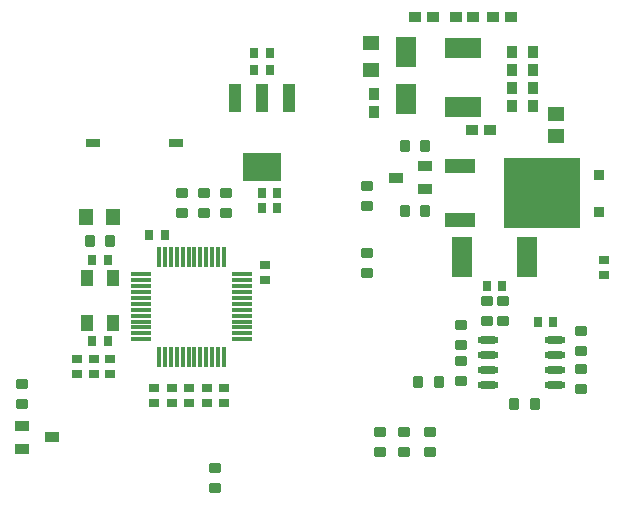
<source format=gtp>
G04*
G04 #@! TF.GenerationSoftware,Altium Limited,Altium Designer,21.3.2 (30)*
G04*
G04 Layer_Color=8421504*
%FSTAX25Y25*%
%MOIN*%
G70*
G04*
G04 #@! TF.SameCoordinates,665701D7-0C42-49A3-A721-B3261F62B861*
G04*
G04*
G04 #@! TF.FilePolarity,Positive*
G04*
G01*
G75*
G04:AMPARAMS|DCode=23|XSize=39.37mil|YSize=35.43mil|CornerRadius=4.43mil|HoleSize=0mil|Usage=FLASHONLY|Rotation=0.000|XOffset=0mil|YOffset=0mil|HoleType=Round|Shape=RoundedRectangle|*
%AMROUNDEDRECTD23*
21,1,0.03937,0.02657,0,0,0.0*
21,1,0.03051,0.03543,0,0,0.0*
1,1,0.00886,0.01526,-0.01329*
1,1,0.00886,-0.01526,-0.01329*
1,1,0.00886,-0.01526,0.01329*
1,1,0.00886,0.01526,0.01329*
%
%ADD23ROUNDEDRECTD23*%
%ADD24R,0.03347X0.02756*%
%ADD25R,0.02756X0.03347*%
%ADD26R,0.07087X0.13583*%
%ADD27R,0.09843X0.04724*%
%ADD28R,0.25591X0.23622*%
%ADD29R,0.05512X0.04724*%
%ADD30R,0.06693X0.09843*%
%ADD31R,0.03740X0.03937*%
G04:AMPARAMS|DCode=32|XSize=39.37mil|YSize=35.43mil|CornerRadius=4.43mil|HoleSize=0mil|Usage=FLASHONLY|Rotation=270.000|XOffset=0mil|YOffset=0mil|HoleType=Round|Shape=RoundedRectangle|*
%AMROUNDEDRECTD32*
21,1,0.03937,0.02657,0,0,270.0*
21,1,0.03051,0.03543,0,0,270.0*
1,1,0.00886,-0.01329,-0.01526*
1,1,0.00886,-0.01329,0.01526*
1,1,0.00886,0.01329,0.01526*
1,1,0.00886,0.01329,-0.01526*
%
%ADD32ROUNDEDRECTD32*%
%ADD33R,0.03937X0.05512*%
%ADD34O,0.07087X0.02362*%
%ADD35R,0.03740X0.03543*%
%ADD36R,0.04724X0.03347*%
%ADD37R,0.06693X0.01181*%
%ADD38R,0.01181X0.06693*%
%ADD39R,0.05000X0.05500*%
%ADD40R,0.04724X0.03150*%
%ADD41R,0.03937X0.09449*%
%ADD42R,0.12992X0.09449*%
%ADD43R,0.03937X0.03740*%
%ADD44R,0.12205X0.07087*%
%ADD45R,0.05500X0.05000*%
D23*
X03095Y0324654D02*
D03*
Y0331347D02*
D03*
X0369Y0245153D02*
D03*
Y0251847D02*
D03*
X0361Y0245153D02*
D03*
Y0251847D02*
D03*
X03775Y0245153D02*
D03*
Y0251847D02*
D03*
X0388Y0280654D02*
D03*
Y0287347D02*
D03*
X03965Y0288807D02*
D03*
Y02955D02*
D03*
X0295Y0324654D02*
D03*
Y0331347D02*
D03*
X03565Y0304654D02*
D03*
Y0311347D02*
D03*
X0306Y0239846D02*
D03*
Y0233154D02*
D03*
X03565Y0327153D02*
D03*
Y0333846D02*
D03*
X030225Y0324654D02*
D03*
Y0331347D02*
D03*
X0402Y0288807D02*
D03*
Y02955D02*
D03*
X0388Y0268653D02*
D03*
Y0275346D02*
D03*
X0428Y0272847D02*
D03*
Y0266154D02*
D03*
Y0285347D02*
D03*
Y0278654D02*
D03*
X02415Y0261154D02*
D03*
Y0267846D02*
D03*
D24*
X0291375Y0266559D02*
D03*
Y0261441D02*
D03*
X0309Y0266559D02*
D03*
Y0261441D02*
D03*
X029725D02*
D03*
Y0266559D02*
D03*
X0271Y0270941D02*
D03*
Y0276059D02*
D03*
X02655Y0270941D02*
D03*
Y0276059D02*
D03*
X026Y0270941D02*
D03*
Y0276059D02*
D03*
X02855Y0261441D02*
D03*
Y0266559D02*
D03*
X0303125Y0261441D02*
D03*
Y0266559D02*
D03*
X04355Y0303941D02*
D03*
Y0309059D02*
D03*
X03225Y0307559D02*
D03*
Y0302441D02*
D03*
D25*
X0321441Y03265D02*
D03*
X0326559D02*
D03*
X0321441Y03315D02*
D03*
X0326559D02*
D03*
X0401559Y03005D02*
D03*
X0396441D02*
D03*
X0264941Y0309D02*
D03*
X0270059D02*
D03*
Y0282D02*
D03*
X0264941D02*
D03*
X0413441Y02885D02*
D03*
X0418559D02*
D03*
X0283941Y03175D02*
D03*
X0289059D02*
D03*
X0318941Y0378D02*
D03*
X0324059D02*
D03*
X0318941Y03725D02*
D03*
X0324059D02*
D03*
D26*
X0409925Y031D02*
D03*
X0388075D02*
D03*
D27*
X0387382Y0340463D02*
D03*
X0387382Y0322463D02*
D03*
D28*
X0414744Y0331463D02*
D03*
D29*
X0419513Y0350277D02*
D03*
Y0357757D02*
D03*
D30*
X03695Y0378374D02*
D03*
Y0362626D02*
D03*
D31*
X0412Y0366453D02*
D03*
Y0360547D02*
D03*
X0405D02*
D03*
Y0366453D02*
D03*
X0359Y0358547D02*
D03*
Y0364453D02*
D03*
X0405Y0372547D02*
D03*
Y0378453D02*
D03*
X0412Y0372547D02*
D03*
Y0378453D02*
D03*
D32*
X0380346Y02685D02*
D03*
X0373654D02*
D03*
X0270847Y03155D02*
D03*
X0264154D02*
D03*
X0412347Y0261D02*
D03*
X0405653D02*
D03*
X0375847Y03255D02*
D03*
X0369153D02*
D03*
X0369153Y0347D02*
D03*
X0375847D02*
D03*
D33*
X0271831Y030298D02*
D03*
Y028802D02*
D03*
X0263169Y030298D02*
D03*
Y028802D02*
D03*
D34*
X0419122Y02675D02*
D03*
Y02725D02*
D03*
Y02775D02*
D03*
Y02825D02*
D03*
X0396878Y02675D02*
D03*
Y02725D02*
D03*
Y02775D02*
D03*
Y02825D02*
D03*
D35*
X0434Y0337402D02*
D03*
Y0325D02*
D03*
D36*
X0375921Y034038D02*
D03*
X03759Y03328D02*
D03*
X0366079Y033652D02*
D03*
X0241579Y024612D02*
D03*
X02416Y02537D02*
D03*
X0251421Y024998D02*
D03*
D37*
X0281315Y0304327D02*
D03*
Y0302358D02*
D03*
Y030039D02*
D03*
Y0298421D02*
D03*
Y0296453D02*
D03*
Y0294484D02*
D03*
Y0292516D02*
D03*
Y0290547D02*
D03*
Y0288579D02*
D03*
Y028661D02*
D03*
Y0284642D02*
D03*
Y0282673D02*
D03*
X0314685D02*
D03*
Y0284642D02*
D03*
Y028661D02*
D03*
Y0288579D02*
D03*
Y0290547D02*
D03*
Y0292516D02*
D03*
Y0294484D02*
D03*
Y0296453D02*
D03*
Y0298421D02*
D03*
Y030039D02*
D03*
Y0302358D02*
D03*
Y0304327D02*
D03*
D38*
X0287173Y0276815D02*
D03*
X0289142D02*
D03*
X029111D02*
D03*
X0293079D02*
D03*
X0295047D02*
D03*
X0297016D02*
D03*
X0298984D02*
D03*
X0300953D02*
D03*
X0302921D02*
D03*
X030489D02*
D03*
X0306858D02*
D03*
X0308827D02*
D03*
Y0310185D02*
D03*
X0306858D02*
D03*
X030489D02*
D03*
X0302921D02*
D03*
X0300953D02*
D03*
X0298984D02*
D03*
X0297016D02*
D03*
X0295047D02*
D03*
X0293079D02*
D03*
X029111D02*
D03*
X0289142D02*
D03*
X0287173D02*
D03*
D39*
X0263Y03235D02*
D03*
X0272D02*
D03*
D40*
X0292779Y0348D02*
D03*
X026522D02*
D03*
D41*
X0330555Y0362917D02*
D03*
X03215D02*
D03*
X0312445D02*
D03*
D42*
X03215Y0340083D02*
D03*
D43*
X0372547Y039D02*
D03*
X0378453D02*
D03*
X0386047D02*
D03*
X0391953D02*
D03*
X0398547D02*
D03*
X0404453D02*
D03*
X03915Y03525D02*
D03*
X0397406D02*
D03*
D44*
X03885Y0360157D02*
D03*
Y0379842D02*
D03*
D45*
X0358Y03815D02*
D03*
Y03725D02*
D03*
M02*

</source>
